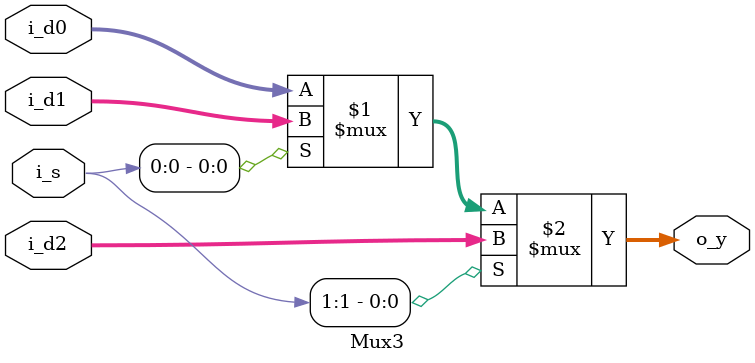
<source format=sv>
module Mux3 #(
    parameter WIDTH = 32
) (
    input  wire [WIDTH - 1 : 0] i_d0, i_d1, i_d2, 
    input  wire [1 : 0] i_s, 
    output wire [WIDTH - 1 : 0] o_y
);

    assign o_y = i_s[1] ? i_d2 : (i_s[0] ? i_d1 : i_d0);

endmodule
</source>
